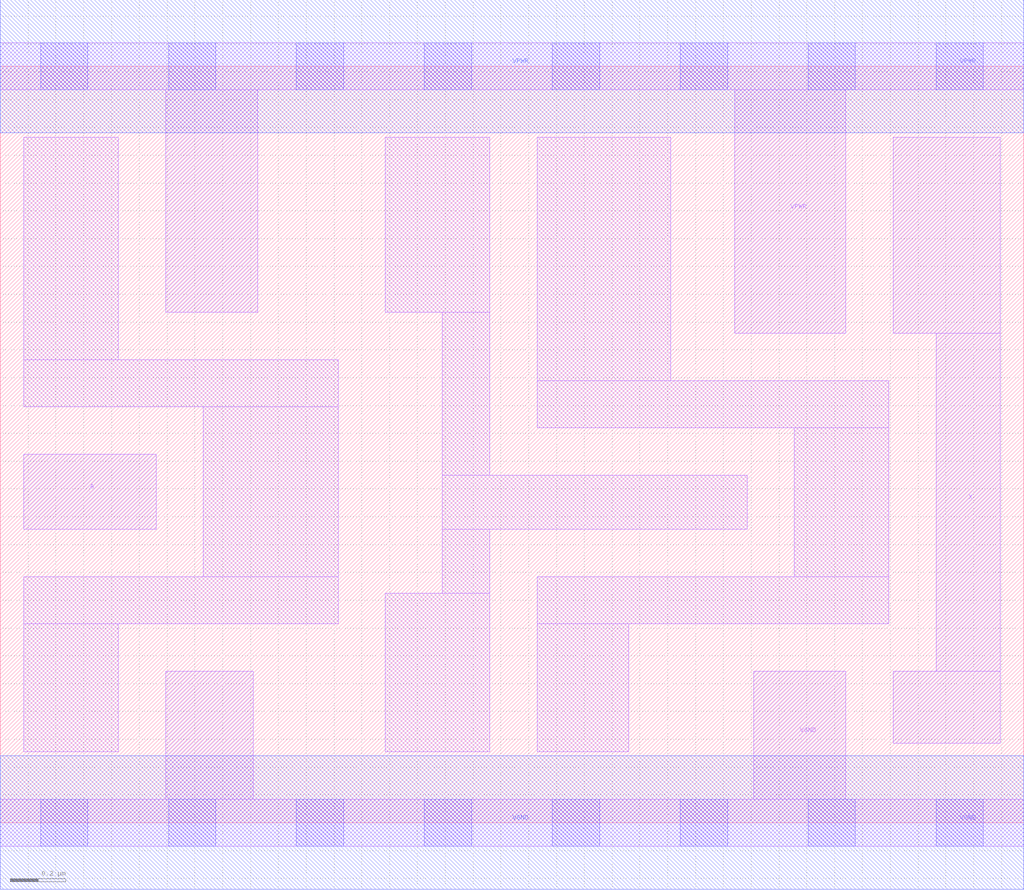
<source format=lef>
# Copyright 2020 The SkyWater PDK Authors
#
# Licensed under the Apache License, Version 2.0 (the "License");
# you may not use this file except in compliance with the License.
# You may obtain a copy of the License at
#
#     https://www.apache.org/licenses/LICENSE-2.0
#
# Unless required by applicable law or agreed to in writing, software
# distributed under the License is distributed on an "AS IS" BASIS,
# WITHOUT WARRANTIES OR CONDITIONS OF ANY KIND, either express or implied.
# See the License for the specific language governing permissions and
# limitations under the License.
#
# SPDX-License-Identifier: Apache-2.0

VERSION 5.7 ;
  NAMESCASESENSITIVE ON ;
  NOWIREEXTENSIONATPIN ON ;
  DIVIDERCHAR "/" ;
  BUSBITCHARS "[]" ;
UNITS
  DATABASE MICRONS 200 ;
END UNITS
MACRO sky130_fd_sc_hd__clkdlybuf4s15_1
  CLASS CORE ;
  SOURCE USER ;
  FOREIGN sky130_fd_sc_hd__clkdlybuf4s15_1 ;
  ORIGIN  0.000000  0.000000 ;
  SIZE  3.680000 BY  2.720000 ;
  SYMMETRY X Y R90 ;
  SITE unithd ;
  PIN A
    ANTENNAGATEAREA  0.213000 ;
    DIRECTION INPUT ;
    USE SIGNAL ;
    PORT
      LAYER li1 ;
        RECT 0.085000 1.055000 0.560000 1.325000 ;
    END
  END A
  PIN X
    ANTENNADIFFAREA  0.376300 ;
    DIRECTION OUTPUT ;
    USE SIGNAL ;
    PORT
      LAYER li1 ;
        RECT 3.210000 0.285000 3.595000 0.545000 ;
        RECT 3.210000 1.760000 3.595000 2.465000 ;
        RECT 3.365000 0.545000 3.595000 1.760000 ;
    END
  END X
  PIN VGND
    DIRECTION INOUT ;
    SHAPE ABUTMENT ;
    USE GROUND ;
    PORT
      LAYER li1 ;
        RECT 0.000000 -0.085000 3.680000 0.085000 ;
        RECT 0.595000  0.085000 0.910000 0.545000 ;
        RECT 2.710000  0.085000 3.040000 0.545000 ;
      LAYER mcon ;
        RECT 0.145000 -0.085000 0.315000 0.085000 ;
        RECT 0.605000 -0.085000 0.775000 0.085000 ;
        RECT 1.065000 -0.085000 1.235000 0.085000 ;
        RECT 1.525000 -0.085000 1.695000 0.085000 ;
        RECT 1.985000 -0.085000 2.155000 0.085000 ;
        RECT 2.445000 -0.085000 2.615000 0.085000 ;
        RECT 2.905000 -0.085000 3.075000 0.085000 ;
        RECT 3.365000 -0.085000 3.535000 0.085000 ;
      LAYER met1 ;
        RECT 0.000000 -0.240000 3.680000 0.240000 ;
    END
  END VGND
  PIN VPWR
    DIRECTION INOUT ;
    SHAPE ABUTMENT ;
    USE POWER ;
    PORT
      LAYER li1 ;
        RECT 0.000000 2.635000 3.680000 2.805000 ;
        RECT 0.595000 1.835000 0.925000 2.635000 ;
        RECT 2.640000 1.760000 3.040000 2.635000 ;
      LAYER mcon ;
        RECT 0.145000 2.635000 0.315000 2.805000 ;
        RECT 0.605000 2.635000 0.775000 2.805000 ;
        RECT 1.065000 2.635000 1.235000 2.805000 ;
        RECT 1.525000 2.635000 1.695000 2.805000 ;
        RECT 1.985000 2.635000 2.155000 2.805000 ;
        RECT 2.445000 2.635000 2.615000 2.805000 ;
        RECT 2.905000 2.635000 3.075000 2.805000 ;
        RECT 3.365000 2.635000 3.535000 2.805000 ;
      LAYER met1 ;
        RECT 0.000000 2.480000 3.680000 2.960000 ;
    END
  END VPWR
  OBS
    LAYER li1 ;
      RECT 0.085000 0.255000 0.425000 0.715000 ;
      RECT 0.085000 0.715000 1.215000 0.885000 ;
      RECT 0.085000 1.495000 1.215000 1.665000 ;
      RECT 0.085000 1.665000 0.425000 2.465000 ;
      RECT 0.730000 0.885000 1.215000 1.495000 ;
      RECT 1.385000 0.255000 1.760000 0.825000 ;
      RECT 1.385000 1.835000 1.760000 2.465000 ;
      RECT 1.590000 0.825000 1.760000 1.055000 ;
      RECT 1.590000 1.055000 2.685000 1.250000 ;
      RECT 1.590000 1.250000 1.760000 1.835000 ;
      RECT 1.930000 0.255000 2.260000 0.715000 ;
      RECT 1.930000 0.715000 3.195000 0.885000 ;
      RECT 1.930000 1.420000 3.195000 1.590000 ;
      RECT 1.930000 1.590000 2.410000 2.465000 ;
      RECT 2.855000 0.885000 3.195000 1.420000 ;
  END
END sky130_fd_sc_hd__clkdlybuf4s15_1
END LIBRARY

</source>
